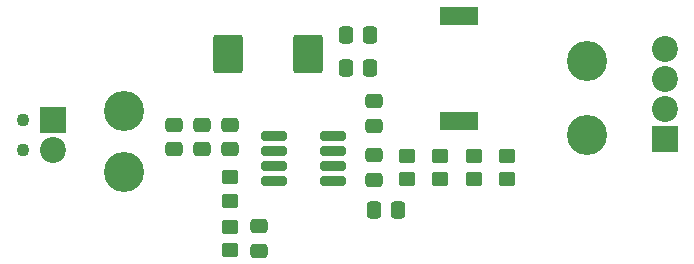
<source format=gbr>
%TF.GenerationSoftware,KiCad,Pcbnew,7.0.7*%
%TF.CreationDate,2024-09-29T13:33:55+02:00*%
%TF.ProjectId,DC_step_down_24V-3_3V,44435f73-7465-4705-9f64-6f776e5f3234,rev?*%
%TF.SameCoordinates,Original*%
%TF.FileFunction,Soldermask,Top*%
%TF.FilePolarity,Negative*%
%FSLAX46Y46*%
G04 Gerber Fmt 4.6, Leading zero omitted, Abs format (unit mm)*
G04 Created by KiCad (PCBNEW 7.0.7) date 2024-09-29 13:33:55*
%MOMM*%
%LPD*%
G01*
G04 APERTURE LIST*
G04 Aperture macros list*
%AMRoundRect*
0 Rectangle with rounded corners*
0 $1 Rounding radius*
0 $2 $3 $4 $5 $6 $7 $8 $9 X,Y pos of 4 corners*
0 Add a 4 corners polygon primitive as box body*
4,1,4,$2,$3,$4,$5,$6,$7,$8,$9,$2,$3,0*
0 Add four circle primitives for the rounded corners*
1,1,$1+$1,$2,$3*
1,1,$1+$1,$4,$5*
1,1,$1+$1,$6,$7*
1,1,$1+$1,$8,$9*
0 Add four rect primitives between the rounded corners*
20,1,$1+$1,$2,$3,$4,$5,0*
20,1,$1+$1,$4,$5,$6,$7,0*
20,1,$1+$1,$6,$7,$8,$9,0*
20,1,$1+$1,$8,$9,$2,$3,0*%
G04 Aperture macros list end*
%ADD10RoundRect,0.250000X0.475000X-0.337500X0.475000X0.337500X-0.475000X0.337500X-0.475000X-0.337500X0*%
%ADD11R,3.302000X1.600200*%
%ADD12RoundRect,0.250000X-0.475000X0.337500X-0.475000X-0.337500X0.475000X-0.337500X0.475000X0.337500X0*%
%ADD13RoundRect,0.250000X-0.450000X0.350000X-0.450000X-0.350000X0.450000X-0.350000X0.450000X0.350000X0*%
%ADD14RoundRect,0.250000X-0.337500X-0.475000X0.337500X-0.475000X0.337500X0.475000X-0.337500X0.475000X0*%
%ADD15RoundRect,0.250000X-1.000000X1.400000X-1.000000X-1.400000X1.000000X-1.400000X1.000000X1.400000X0*%
%ADD16RoundRect,0.250000X0.450000X-0.350000X0.450000X0.350000X-0.450000X0.350000X-0.450000X-0.350000X0*%
%ADD17C,3.400000*%
%ADD18C,1.100000*%
%ADD19R,2.200000X2.200000*%
%ADD20C,2.200000*%
%ADD21RoundRect,0.250000X0.337500X0.475000X-0.337500X0.475000X-0.337500X-0.475000X0.337500X-0.475000X0*%
%ADD22RoundRect,0.177000X-0.910000X-0.225000X0.910000X-0.225000X0.910000X0.225000X-0.910000X0.225000X0*%
G04 APERTURE END LIST*
D10*
%TO.C,C1*%
X138600000Y-85837500D03*
X138600000Y-83762500D03*
%TD*%
D11*
%TO.C,L1*%
X162800000Y-83445000D03*
X162800000Y-74555000D03*
%TD*%
D12*
%TO.C,C5*%
X155600000Y-81762500D03*
X155600000Y-83837500D03*
%TD*%
D13*
%TO.C,R1*%
X143400000Y-88200000D03*
X143400000Y-90200000D03*
%TD*%
D12*
%TO.C,C4*%
X145800000Y-92362500D03*
X145800000Y-94437500D03*
%TD*%
D14*
%TO.C,C8*%
X155562500Y-91000000D03*
X157637500Y-91000000D03*
%TD*%
D15*
%TO.C,D1*%
X150000000Y-77800000D03*
X143200000Y-77800000D03*
%TD*%
D16*
%TO.C,R5*%
X161200000Y-86400000D03*
X161200000Y-88400000D03*
%TD*%
D10*
%TO.C,C9*%
X155600000Y-88437500D03*
X155600000Y-86362500D03*
%TD*%
D17*
%TO.C,TP1_GND1*%
X134400000Y-82600000D03*
%TD*%
D10*
%TO.C,C3*%
X143400000Y-85837500D03*
X143400000Y-83762500D03*
%TD*%
%TO.C,C2*%
X141000000Y-85837500D03*
X141000000Y-83762500D03*
%TD*%
D17*
%TO.C,TP3_GND1*%
X173600000Y-84600000D03*
%TD*%
D18*
%TO.C,J2*%
X125860000Y-83330000D03*
X125860000Y-85870000D03*
D19*
X128400000Y-83330000D03*
D20*
X128400000Y-85870000D03*
%TD*%
D21*
%TO.C,C7*%
X155237500Y-76200000D03*
X153162500Y-76200000D03*
%TD*%
D19*
%TO.C,J1*%
X180200000Y-85015000D03*
D20*
X180200000Y-82475000D03*
X180200000Y-79935000D03*
X180200000Y-77395000D03*
%TD*%
D17*
%TO.C,TP2_24V_in1*%
X134400000Y-87800000D03*
%TD*%
D16*
%TO.C,R6*%
X158400000Y-88400000D03*
X158400000Y-86400000D03*
%TD*%
D22*
%TO.C,U1*%
X147130000Y-84695000D03*
X147130000Y-85965000D03*
X147130000Y-87235000D03*
X147130000Y-88505000D03*
X152070000Y-88505000D03*
X152070000Y-87235000D03*
X152070000Y-85965000D03*
X152070000Y-84695000D03*
%TD*%
D13*
%TO.C,R4*%
X164000000Y-86400000D03*
X164000000Y-88400000D03*
%TD*%
%TO.C,R3*%
X166800000Y-86400000D03*
X166800000Y-88400000D03*
%TD*%
D17*
%TO.C,TP1_3V3_out1*%
X173600000Y-78400000D03*
%TD*%
D21*
%TO.C,C6*%
X155237500Y-79000000D03*
X153162500Y-79000000D03*
%TD*%
D13*
%TO.C,R2*%
X143400000Y-92400000D03*
X143400000Y-94400000D03*
%TD*%
M02*

</source>
